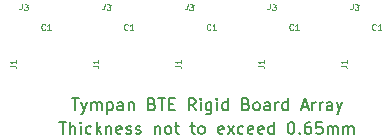
<source format=gbr>
G04 #@! TF.GenerationSoftware,KiCad,Pcbnew,(5.1.4-0-10_14)*
G04 #@! TF.CreationDate,2019-09-19T16:43:00-04:00*
G04 #@! TF.ProjectId,Tympan_BTE_RIGID_Array,54796d70-616e-45f4-9254-455f52494749,V1*
G04 #@! TF.SameCoordinates,Original*
G04 #@! TF.FileFunction,Legend,Top*
G04 #@! TF.FilePolarity,Positive*
%FSLAX46Y46*%
G04 Gerber Fmt 4.6, Leading zero omitted, Abs format (unit mm)*
G04 Created by KiCad (PCBNEW (5.1.4-0-10_14)) date 2019-09-19 16:43:00*
%MOMM*%
%LPD*%
G04 APERTURE LIST*
%ADD10C,0.150000*%
%ADD11C,0.100000*%
G04 APERTURE END LIST*
D10*
X127760373Y-98483684D02*
X128331802Y-98483684D01*
X128046087Y-99483684D02*
X128046087Y-98483684D01*
X128665135Y-99483684D02*
X128665135Y-98483684D01*
X129093706Y-99483684D02*
X129093706Y-98959875D01*
X129046087Y-98864637D01*
X128950849Y-98817018D01*
X128807992Y-98817018D01*
X128712754Y-98864637D01*
X128665135Y-98912256D01*
X129569897Y-99483684D02*
X129569897Y-98817018D01*
X129569897Y-98483684D02*
X129522278Y-98531304D01*
X129569897Y-98578923D01*
X129617516Y-98531304D01*
X129569897Y-98483684D01*
X129569897Y-98578923D01*
X130474659Y-99436065D02*
X130379421Y-99483684D01*
X130188944Y-99483684D01*
X130093706Y-99436065D01*
X130046087Y-99388446D01*
X129998468Y-99293208D01*
X129998468Y-99007494D01*
X130046087Y-98912256D01*
X130093706Y-98864637D01*
X130188944Y-98817018D01*
X130379421Y-98817018D01*
X130474659Y-98864637D01*
X130903230Y-99483684D02*
X130903230Y-98483684D01*
X130998468Y-99102732D02*
X131284183Y-99483684D01*
X131284183Y-98817018D02*
X130903230Y-99197970D01*
X131712754Y-98817018D02*
X131712754Y-99483684D01*
X131712754Y-98912256D02*
X131760373Y-98864637D01*
X131855611Y-98817018D01*
X131998468Y-98817018D01*
X132093706Y-98864637D01*
X132141325Y-98959875D01*
X132141325Y-99483684D01*
X132998468Y-99436065D02*
X132903230Y-99483684D01*
X132712754Y-99483684D01*
X132617516Y-99436065D01*
X132569897Y-99340827D01*
X132569897Y-98959875D01*
X132617516Y-98864637D01*
X132712754Y-98817018D01*
X132903230Y-98817018D01*
X132998468Y-98864637D01*
X133046087Y-98959875D01*
X133046087Y-99055113D01*
X132569897Y-99150351D01*
X133427040Y-99436065D02*
X133522278Y-99483684D01*
X133712754Y-99483684D01*
X133807992Y-99436065D01*
X133855611Y-99340827D01*
X133855611Y-99293208D01*
X133807992Y-99197970D01*
X133712754Y-99150351D01*
X133569897Y-99150351D01*
X133474659Y-99102732D01*
X133427040Y-99007494D01*
X133427040Y-98959875D01*
X133474659Y-98864637D01*
X133569897Y-98817018D01*
X133712754Y-98817018D01*
X133807992Y-98864637D01*
X134236563Y-99436065D02*
X134331802Y-99483684D01*
X134522278Y-99483684D01*
X134617516Y-99436065D01*
X134665135Y-99340827D01*
X134665135Y-99293208D01*
X134617516Y-99197970D01*
X134522278Y-99150351D01*
X134379421Y-99150351D01*
X134284183Y-99102732D01*
X134236563Y-99007494D01*
X134236563Y-98959875D01*
X134284183Y-98864637D01*
X134379421Y-98817018D01*
X134522278Y-98817018D01*
X134617516Y-98864637D01*
X135855611Y-98817018D02*
X135855611Y-99483684D01*
X135855611Y-98912256D02*
X135903230Y-98864637D01*
X135998468Y-98817018D01*
X136141325Y-98817018D01*
X136236563Y-98864637D01*
X136284183Y-98959875D01*
X136284183Y-99483684D01*
X136903230Y-99483684D02*
X136807992Y-99436065D01*
X136760373Y-99388446D01*
X136712754Y-99293208D01*
X136712754Y-99007494D01*
X136760373Y-98912256D01*
X136807992Y-98864637D01*
X136903230Y-98817018D01*
X137046087Y-98817018D01*
X137141325Y-98864637D01*
X137188944Y-98912256D01*
X137236563Y-99007494D01*
X137236563Y-99293208D01*
X137188944Y-99388446D01*
X137141325Y-99436065D01*
X137046087Y-99483684D01*
X136903230Y-99483684D01*
X137522278Y-98817018D02*
X137903230Y-98817018D01*
X137665135Y-98483684D02*
X137665135Y-99340827D01*
X137712754Y-99436065D01*
X137807992Y-99483684D01*
X137903230Y-99483684D01*
X138855611Y-98817018D02*
X139236563Y-98817018D01*
X138998468Y-98483684D02*
X138998468Y-99340827D01*
X139046087Y-99436065D01*
X139141325Y-99483684D01*
X139236563Y-99483684D01*
X139712754Y-99483684D02*
X139617516Y-99436065D01*
X139569897Y-99388446D01*
X139522278Y-99293208D01*
X139522278Y-99007494D01*
X139569897Y-98912256D01*
X139617516Y-98864637D01*
X139712754Y-98817018D01*
X139855611Y-98817018D01*
X139950849Y-98864637D01*
X139998468Y-98912256D01*
X140046087Y-99007494D01*
X140046087Y-99293208D01*
X139998468Y-99388446D01*
X139950849Y-99436065D01*
X139855611Y-99483684D01*
X139712754Y-99483684D01*
X141617516Y-99436065D02*
X141522278Y-99483684D01*
X141331802Y-99483684D01*
X141236563Y-99436065D01*
X141188944Y-99340827D01*
X141188944Y-98959875D01*
X141236563Y-98864637D01*
X141331802Y-98817018D01*
X141522278Y-98817018D01*
X141617516Y-98864637D01*
X141665135Y-98959875D01*
X141665135Y-99055113D01*
X141188944Y-99150351D01*
X141998468Y-99483684D02*
X142522278Y-98817018D01*
X141998468Y-98817018D02*
X142522278Y-99483684D01*
X143331802Y-99436065D02*
X143236563Y-99483684D01*
X143046087Y-99483684D01*
X142950849Y-99436065D01*
X142903230Y-99388446D01*
X142855611Y-99293208D01*
X142855611Y-99007494D01*
X142903230Y-98912256D01*
X142950849Y-98864637D01*
X143046087Y-98817018D01*
X143236563Y-98817018D01*
X143331802Y-98864637D01*
X144141325Y-99436065D02*
X144046087Y-99483684D01*
X143855611Y-99483684D01*
X143760373Y-99436065D01*
X143712754Y-99340827D01*
X143712754Y-98959875D01*
X143760373Y-98864637D01*
X143855611Y-98817018D01*
X144046087Y-98817018D01*
X144141325Y-98864637D01*
X144188944Y-98959875D01*
X144188944Y-99055113D01*
X143712754Y-99150351D01*
X144998468Y-99436065D02*
X144903230Y-99483684D01*
X144712754Y-99483684D01*
X144617516Y-99436065D01*
X144569897Y-99340827D01*
X144569897Y-98959875D01*
X144617516Y-98864637D01*
X144712754Y-98817018D01*
X144903230Y-98817018D01*
X144998468Y-98864637D01*
X145046087Y-98959875D01*
X145046087Y-99055113D01*
X144569897Y-99150351D01*
X145903230Y-99483684D02*
X145903230Y-98483684D01*
X145903230Y-99436065D02*
X145807992Y-99483684D01*
X145617516Y-99483684D01*
X145522278Y-99436065D01*
X145474659Y-99388446D01*
X145427040Y-99293208D01*
X145427040Y-99007494D01*
X145474659Y-98912256D01*
X145522278Y-98864637D01*
X145617516Y-98817018D01*
X145807992Y-98817018D01*
X145903230Y-98864637D01*
X147331802Y-98483684D02*
X147427040Y-98483684D01*
X147522278Y-98531304D01*
X147569897Y-98578923D01*
X147617516Y-98674161D01*
X147665135Y-98864637D01*
X147665135Y-99102732D01*
X147617516Y-99293208D01*
X147569897Y-99388446D01*
X147522278Y-99436065D01*
X147427040Y-99483684D01*
X147331802Y-99483684D01*
X147236563Y-99436065D01*
X147188944Y-99388446D01*
X147141325Y-99293208D01*
X147093706Y-99102732D01*
X147093706Y-98864637D01*
X147141325Y-98674161D01*
X147188944Y-98578923D01*
X147236563Y-98531304D01*
X147331802Y-98483684D01*
X148093706Y-99388446D02*
X148141325Y-99436065D01*
X148093706Y-99483684D01*
X148046087Y-99436065D01*
X148093706Y-99388446D01*
X148093706Y-99483684D01*
X148998468Y-98483684D02*
X148807992Y-98483684D01*
X148712754Y-98531304D01*
X148665135Y-98578923D01*
X148569897Y-98721780D01*
X148522278Y-98912256D01*
X148522278Y-99293208D01*
X148569897Y-99388446D01*
X148617516Y-99436065D01*
X148712754Y-99483684D01*
X148903230Y-99483684D01*
X148998468Y-99436065D01*
X149046087Y-99388446D01*
X149093706Y-99293208D01*
X149093706Y-99055113D01*
X149046087Y-98959875D01*
X148998468Y-98912256D01*
X148903230Y-98864637D01*
X148712754Y-98864637D01*
X148617516Y-98912256D01*
X148569897Y-98959875D01*
X148522278Y-99055113D01*
X149998468Y-98483684D02*
X149522278Y-98483684D01*
X149474659Y-98959875D01*
X149522278Y-98912256D01*
X149617516Y-98864637D01*
X149855611Y-98864637D01*
X149950849Y-98912256D01*
X149998468Y-98959875D01*
X150046087Y-99055113D01*
X150046087Y-99293208D01*
X149998468Y-99388446D01*
X149950849Y-99436065D01*
X149855611Y-99483684D01*
X149617516Y-99483684D01*
X149522278Y-99436065D01*
X149474659Y-99388446D01*
X150474659Y-99483684D02*
X150474659Y-98817018D01*
X150474659Y-98912256D02*
X150522278Y-98864637D01*
X150617516Y-98817018D01*
X150760373Y-98817018D01*
X150855611Y-98864637D01*
X150903230Y-98959875D01*
X150903230Y-99483684D01*
X150903230Y-98959875D02*
X150950849Y-98864637D01*
X151046087Y-98817018D01*
X151188944Y-98817018D01*
X151284183Y-98864637D01*
X151331802Y-98959875D01*
X151331802Y-99483684D01*
X151807992Y-99483684D02*
X151807992Y-98817018D01*
X151807992Y-98912256D02*
X151855611Y-98864637D01*
X151950849Y-98817018D01*
X152093706Y-98817018D01*
X152188944Y-98864637D01*
X152236563Y-98959875D01*
X152236563Y-99483684D01*
X152236563Y-98959875D02*
X152284183Y-98864637D01*
X152379421Y-98817018D01*
X152522278Y-98817018D01*
X152617516Y-98864637D01*
X152665135Y-98959875D01*
X152665135Y-99483684D01*
X128807992Y-96483684D02*
X129379421Y-96483684D01*
X129093706Y-97483684D02*
X129093706Y-96483684D01*
X129617516Y-96817018D02*
X129855611Y-97483684D01*
X130093706Y-96817018D02*
X129855611Y-97483684D01*
X129760373Y-97721780D01*
X129712754Y-97769399D01*
X129617516Y-97817018D01*
X130474659Y-97483684D02*
X130474659Y-96817018D01*
X130474659Y-96912256D02*
X130522278Y-96864637D01*
X130617516Y-96817018D01*
X130760373Y-96817018D01*
X130855611Y-96864637D01*
X130903230Y-96959875D01*
X130903230Y-97483684D01*
X130903230Y-96959875D02*
X130950849Y-96864637D01*
X131046087Y-96817018D01*
X131188944Y-96817018D01*
X131284182Y-96864637D01*
X131331802Y-96959875D01*
X131331802Y-97483684D01*
X131807992Y-96817018D02*
X131807992Y-97817018D01*
X131807992Y-96864637D02*
X131903230Y-96817018D01*
X132093706Y-96817018D01*
X132188944Y-96864637D01*
X132236563Y-96912256D01*
X132284182Y-97007494D01*
X132284182Y-97293208D01*
X132236563Y-97388446D01*
X132188944Y-97436065D01*
X132093706Y-97483684D01*
X131903230Y-97483684D01*
X131807992Y-97436065D01*
X133141325Y-97483684D02*
X133141325Y-96959875D01*
X133093706Y-96864637D01*
X132998468Y-96817018D01*
X132807992Y-96817018D01*
X132712754Y-96864637D01*
X133141325Y-97436065D02*
X133046087Y-97483684D01*
X132807992Y-97483684D01*
X132712754Y-97436065D01*
X132665135Y-97340827D01*
X132665135Y-97245589D01*
X132712754Y-97150351D01*
X132807992Y-97102732D01*
X133046087Y-97102732D01*
X133141325Y-97055113D01*
X133617516Y-96817018D02*
X133617516Y-97483684D01*
X133617516Y-96912256D02*
X133665135Y-96864637D01*
X133760373Y-96817018D01*
X133903230Y-96817018D01*
X133998468Y-96864637D01*
X134046087Y-96959875D01*
X134046087Y-97483684D01*
X135617516Y-96959875D02*
X135760373Y-97007494D01*
X135807992Y-97055113D01*
X135855611Y-97150351D01*
X135855611Y-97293208D01*
X135807992Y-97388446D01*
X135760373Y-97436065D01*
X135665135Y-97483684D01*
X135284183Y-97483684D01*
X135284183Y-96483684D01*
X135617516Y-96483684D01*
X135712754Y-96531304D01*
X135760373Y-96578923D01*
X135807992Y-96674161D01*
X135807992Y-96769399D01*
X135760373Y-96864637D01*
X135712754Y-96912256D01*
X135617516Y-96959875D01*
X135284183Y-96959875D01*
X136141325Y-96483684D02*
X136712754Y-96483684D01*
X136427040Y-97483684D02*
X136427040Y-96483684D01*
X137046087Y-96959875D02*
X137379421Y-96959875D01*
X137522278Y-97483684D02*
X137046087Y-97483684D01*
X137046087Y-96483684D01*
X137522278Y-96483684D01*
X139284183Y-97483684D02*
X138950849Y-97007494D01*
X138712754Y-97483684D02*
X138712754Y-96483684D01*
X139093706Y-96483684D01*
X139188944Y-96531304D01*
X139236563Y-96578923D01*
X139284183Y-96674161D01*
X139284183Y-96817018D01*
X139236563Y-96912256D01*
X139188944Y-96959875D01*
X139093706Y-97007494D01*
X138712754Y-97007494D01*
X139712754Y-97483684D02*
X139712754Y-96817018D01*
X139712754Y-96483684D02*
X139665135Y-96531304D01*
X139712754Y-96578923D01*
X139760373Y-96531304D01*
X139712754Y-96483684D01*
X139712754Y-96578923D01*
X140617516Y-96817018D02*
X140617516Y-97626542D01*
X140569897Y-97721780D01*
X140522278Y-97769399D01*
X140427040Y-97817018D01*
X140284183Y-97817018D01*
X140188944Y-97769399D01*
X140617516Y-97436065D02*
X140522278Y-97483684D01*
X140331802Y-97483684D01*
X140236563Y-97436065D01*
X140188944Y-97388446D01*
X140141325Y-97293208D01*
X140141325Y-97007494D01*
X140188944Y-96912256D01*
X140236563Y-96864637D01*
X140331802Y-96817018D01*
X140522278Y-96817018D01*
X140617516Y-96864637D01*
X141093706Y-97483684D02*
X141093706Y-96817018D01*
X141093706Y-96483684D02*
X141046087Y-96531304D01*
X141093706Y-96578923D01*
X141141325Y-96531304D01*
X141093706Y-96483684D01*
X141093706Y-96578923D01*
X141998468Y-97483684D02*
X141998468Y-96483684D01*
X141998468Y-97436065D02*
X141903230Y-97483684D01*
X141712754Y-97483684D01*
X141617516Y-97436065D01*
X141569897Y-97388446D01*
X141522278Y-97293208D01*
X141522278Y-97007494D01*
X141569897Y-96912256D01*
X141617516Y-96864637D01*
X141712754Y-96817018D01*
X141903230Y-96817018D01*
X141998468Y-96864637D01*
X143569897Y-96959875D02*
X143712754Y-97007494D01*
X143760373Y-97055113D01*
X143807992Y-97150351D01*
X143807992Y-97293208D01*
X143760373Y-97388446D01*
X143712754Y-97436065D01*
X143617516Y-97483684D01*
X143236563Y-97483684D01*
X143236563Y-96483684D01*
X143569897Y-96483684D01*
X143665135Y-96531304D01*
X143712754Y-96578923D01*
X143760373Y-96674161D01*
X143760373Y-96769399D01*
X143712754Y-96864637D01*
X143665135Y-96912256D01*
X143569897Y-96959875D01*
X143236563Y-96959875D01*
X144379421Y-97483684D02*
X144284183Y-97436065D01*
X144236563Y-97388446D01*
X144188944Y-97293208D01*
X144188944Y-97007494D01*
X144236563Y-96912256D01*
X144284183Y-96864637D01*
X144379421Y-96817018D01*
X144522278Y-96817018D01*
X144617516Y-96864637D01*
X144665135Y-96912256D01*
X144712754Y-97007494D01*
X144712754Y-97293208D01*
X144665135Y-97388446D01*
X144617516Y-97436065D01*
X144522278Y-97483684D01*
X144379421Y-97483684D01*
X145569897Y-97483684D02*
X145569897Y-96959875D01*
X145522278Y-96864637D01*
X145427040Y-96817018D01*
X145236563Y-96817018D01*
X145141325Y-96864637D01*
X145569897Y-97436065D02*
X145474659Y-97483684D01*
X145236563Y-97483684D01*
X145141325Y-97436065D01*
X145093706Y-97340827D01*
X145093706Y-97245589D01*
X145141325Y-97150351D01*
X145236563Y-97102732D01*
X145474659Y-97102732D01*
X145569897Y-97055113D01*
X146046087Y-97483684D02*
X146046087Y-96817018D01*
X146046087Y-97007494D02*
X146093706Y-96912256D01*
X146141325Y-96864637D01*
X146236563Y-96817018D01*
X146331802Y-96817018D01*
X147093706Y-97483684D02*
X147093706Y-96483684D01*
X147093706Y-97436065D02*
X146998468Y-97483684D01*
X146807992Y-97483684D01*
X146712754Y-97436065D01*
X146665135Y-97388446D01*
X146617516Y-97293208D01*
X146617516Y-97007494D01*
X146665135Y-96912256D01*
X146712754Y-96864637D01*
X146807992Y-96817018D01*
X146998468Y-96817018D01*
X147093706Y-96864637D01*
X148284183Y-97197970D02*
X148760373Y-97197970D01*
X148188944Y-97483684D02*
X148522278Y-96483684D01*
X148855611Y-97483684D01*
X149188944Y-97483684D02*
X149188944Y-96817018D01*
X149188944Y-97007494D02*
X149236563Y-96912256D01*
X149284183Y-96864637D01*
X149379421Y-96817018D01*
X149474659Y-96817018D01*
X149807992Y-97483684D02*
X149807992Y-96817018D01*
X149807992Y-97007494D02*
X149855611Y-96912256D01*
X149903230Y-96864637D01*
X149998468Y-96817018D01*
X150093706Y-96817018D01*
X150855611Y-97483684D02*
X150855611Y-96959875D01*
X150807992Y-96864637D01*
X150712754Y-96817018D01*
X150522278Y-96817018D01*
X150427040Y-96864637D01*
X150855611Y-97436065D02*
X150760373Y-97483684D01*
X150522278Y-97483684D01*
X150427040Y-97436065D01*
X150379421Y-97340827D01*
X150379421Y-97245589D01*
X150427040Y-97150351D01*
X150522278Y-97102732D01*
X150760373Y-97102732D01*
X150855611Y-97055113D01*
X151236563Y-96817018D02*
X151474659Y-97483684D01*
X151712754Y-96817018D02*
X151474659Y-97483684D01*
X151379421Y-97721780D01*
X151331802Y-97769399D01*
X151236563Y-97817018D01*
D11*
X152624681Y-88478082D02*
X152578065Y-88832170D01*
X152545135Y-88899879D01*
X152491708Y-88940875D01*
X152417783Y-88955158D01*
X152370571Y-88948942D01*
X152813528Y-88502944D02*
X153120403Y-88543345D01*
X152930300Y-88710437D01*
X153001118Y-88719761D01*
X153045222Y-88749582D01*
X153065720Y-88776296D01*
X153083110Y-88826615D01*
X153067571Y-88944644D01*
X153037750Y-88988748D01*
X153011036Y-89009246D01*
X152960717Y-89026637D01*
X152819082Y-89007990D01*
X152774978Y-88978169D01*
X152754480Y-88951455D01*
X145624681Y-88478082D02*
X145578065Y-88832170D01*
X145545135Y-88899879D01*
X145491708Y-88940875D01*
X145417783Y-88955158D01*
X145370571Y-88948942D01*
X145813528Y-88502944D02*
X146120403Y-88543345D01*
X145930300Y-88710437D01*
X146001118Y-88719761D01*
X146045222Y-88749582D01*
X146065720Y-88776296D01*
X146083110Y-88826615D01*
X146067571Y-88944644D01*
X146037750Y-88988748D01*
X146011036Y-89009246D01*
X145960717Y-89026637D01*
X145819082Y-89007990D01*
X145774978Y-88978169D01*
X145754480Y-88951455D01*
X138624681Y-88478082D02*
X138578065Y-88832170D01*
X138545135Y-88899879D01*
X138491708Y-88940875D01*
X138417783Y-88955158D01*
X138370571Y-88948942D01*
X138813528Y-88502944D02*
X139120403Y-88543345D01*
X138930300Y-88710437D01*
X139001118Y-88719761D01*
X139045222Y-88749582D01*
X139065720Y-88776296D01*
X139083110Y-88826615D01*
X139067571Y-88944644D01*
X139037750Y-88988748D01*
X139011036Y-89009246D01*
X138960717Y-89026637D01*
X138819082Y-89007990D01*
X138774978Y-88978169D01*
X138754480Y-88951455D01*
X131624681Y-88478082D02*
X131578065Y-88832170D01*
X131545135Y-88899879D01*
X131491708Y-88940875D01*
X131417783Y-88955158D01*
X131370571Y-88948942D01*
X131813528Y-88502944D02*
X132120403Y-88543345D01*
X131930300Y-88710437D01*
X132001118Y-88719761D01*
X132045222Y-88749582D01*
X132065720Y-88776296D01*
X132083110Y-88826615D01*
X132067571Y-88944644D01*
X132037750Y-88988748D01*
X132011036Y-89009246D01*
X131960717Y-89026637D01*
X131819082Y-89007990D01*
X131774978Y-88978169D01*
X131754480Y-88951455D01*
X124624681Y-88478082D02*
X124578065Y-88832170D01*
X124545135Y-88899879D01*
X124491708Y-88940875D01*
X124417783Y-88955158D01*
X124370571Y-88948942D01*
X124813528Y-88502944D02*
X125120403Y-88543345D01*
X124930300Y-88710437D01*
X125001118Y-88719761D01*
X125045222Y-88749582D01*
X125065720Y-88776296D01*
X125083110Y-88826615D01*
X125067571Y-88944644D01*
X125037750Y-88988748D01*
X125011036Y-89009246D01*
X124960717Y-89026637D01*
X124819082Y-89007990D01*
X124774978Y-88978169D01*
X124754480Y-88951455D01*
X151570373Y-93737970D02*
X151927516Y-93737970D01*
X151998944Y-93761780D01*
X152046563Y-93809399D01*
X152070373Y-93880827D01*
X152070373Y-93928446D01*
X152070373Y-93237970D02*
X152070373Y-93523684D01*
X152070373Y-93380827D02*
X151570373Y-93380827D01*
X151641802Y-93428446D01*
X151689421Y-93476065D01*
X151713230Y-93523684D01*
X144570373Y-93737970D02*
X144927516Y-93737970D01*
X144998944Y-93761780D01*
X145046563Y-93809399D01*
X145070373Y-93880827D01*
X145070373Y-93928446D01*
X145070373Y-93237970D02*
X145070373Y-93523684D01*
X145070373Y-93380827D02*
X144570373Y-93380827D01*
X144641802Y-93428446D01*
X144689421Y-93476065D01*
X144713230Y-93523684D01*
X137570373Y-93737970D02*
X137927516Y-93737970D01*
X137998944Y-93761780D01*
X138046563Y-93809399D01*
X138070373Y-93880827D01*
X138070373Y-93928446D01*
X138070373Y-93237970D02*
X138070373Y-93523684D01*
X138070373Y-93380827D02*
X137570373Y-93380827D01*
X137641802Y-93428446D01*
X137689421Y-93476065D01*
X137713230Y-93523684D01*
X130570373Y-93737970D02*
X130927516Y-93737970D01*
X130998944Y-93761780D01*
X131046563Y-93809399D01*
X131070373Y-93880827D01*
X131070373Y-93928446D01*
X131070373Y-93237970D02*
X131070373Y-93523684D01*
X131070373Y-93380827D02*
X130570373Y-93380827D01*
X130641802Y-93428446D01*
X130689421Y-93476065D01*
X130713230Y-93523684D01*
X123570373Y-93737970D02*
X123927516Y-93737970D01*
X123998944Y-93761780D01*
X124046563Y-93809399D01*
X124070373Y-93880827D01*
X124070373Y-93928446D01*
X124070373Y-93237970D02*
X124070373Y-93523684D01*
X124070373Y-93380827D02*
X123570373Y-93380827D01*
X123641802Y-93428446D01*
X123689421Y-93476065D01*
X123713230Y-93523684D01*
X154540849Y-90639875D02*
X154517040Y-90663684D01*
X154445611Y-90687494D01*
X154397992Y-90687494D01*
X154326563Y-90663684D01*
X154278944Y-90616065D01*
X154255135Y-90568446D01*
X154231325Y-90473208D01*
X154231325Y-90401780D01*
X154255135Y-90306542D01*
X154278944Y-90258923D01*
X154326563Y-90211304D01*
X154397992Y-90187494D01*
X154445611Y-90187494D01*
X154517040Y-90211304D01*
X154540849Y-90235113D01*
X155017040Y-90687494D02*
X154731325Y-90687494D01*
X154874183Y-90687494D02*
X154874183Y-90187494D01*
X154826563Y-90258923D01*
X154778944Y-90306542D01*
X154731325Y-90330351D01*
X147540849Y-90639875D02*
X147517040Y-90663684D01*
X147445611Y-90687494D01*
X147397992Y-90687494D01*
X147326563Y-90663684D01*
X147278944Y-90616065D01*
X147255135Y-90568446D01*
X147231325Y-90473208D01*
X147231325Y-90401780D01*
X147255135Y-90306542D01*
X147278944Y-90258923D01*
X147326563Y-90211304D01*
X147397992Y-90187494D01*
X147445611Y-90187494D01*
X147517040Y-90211304D01*
X147540849Y-90235113D01*
X148017040Y-90687494D02*
X147731325Y-90687494D01*
X147874183Y-90687494D02*
X147874183Y-90187494D01*
X147826563Y-90258923D01*
X147778944Y-90306542D01*
X147731325Y-90330351D01*
X140540849Y-90639875D02*
X140517040Y-90663684D01*
X140445611Y-90687494D01*
X140397992Y-90687494D01*
X140326563Y-90663684D01*
X140278944Y-90616065D01*
X140255135Y-90568446D01*
X140231325Y-90473208D01*
X140231325Y-90401780D01*
X140255135Y-90306542D01*
X140278944Y-90258923D01*
X140326563Y-90211304D01*
X140397992Y-90187494D01*
X140445611Y-90187494D01*
X140517040Y-90211304D01*
X140540849Y-90235113D01*
X141017040Y-90687494D02*
X140731325Y-90687494D01*
X140874183Y-90687494D02*
X140874183Y-90187494D01*
X140826563Y-90258923D01*
X140778944Y-90306542D01*
X140731325Y-90330351D01*
X133540849Y-90639875D02*
X133517040Y-90663684D01*
X133445611Y-90687494D01*
X133397992Y-90687494D01*
X133326563Y-90663684D01*
X133278944Y-90616065D01*
X133255135Y-90568446D01*
X133231325Y-90473208D01*
X133231325Y-90401780D01*
X133255135Y-90306542D01*
X133278944Y-90258923D01*
X133326563Y-90211304D01*
X133397992Y-90187494D01*
X133445611Y-90187494D01*
X133517040Y-90211304D01*
X133540849Y-90235113D01*
X134017040Y-90687494D02*
X133731325Y-90687494D01*
X133874183Y-90687494D02*
X133874183Y-90187494D01*
X133826563Y-90258923D01*
X133778944Y-90306542D01*
X133731325Y-90330351D01*
X126540849Y-90639875D02*
X126517040Y-90663684D01*
X126445611Y-90687494D01*
X126397992Y-90687494D01*
X126326563Y-90663684D01*
X126278944Y-90616065D01*
X126255135Y-90568446D01*
X126231325Y-90473208D01*
X126231325Y-90401780D01*
X126255135Y-90306542D01*
X126278944Y-90258923D01*
X126326563Y-90211304D01*
X126397992Y-90187494D01*
X126445611Y-90187494D01*
X126517040Y-90211304D01*
X126540849Y-90235113D01*
X127017040Y-90687494D02*
X126731325Y-90687494D01*
X126874183Y-90687494D02*
X126874183Y-90187494D01*
X126826563Y-90258923D01*
X126778944Y-90306542D01*
X126731325Y-90330351D01*
M02*

</source>
